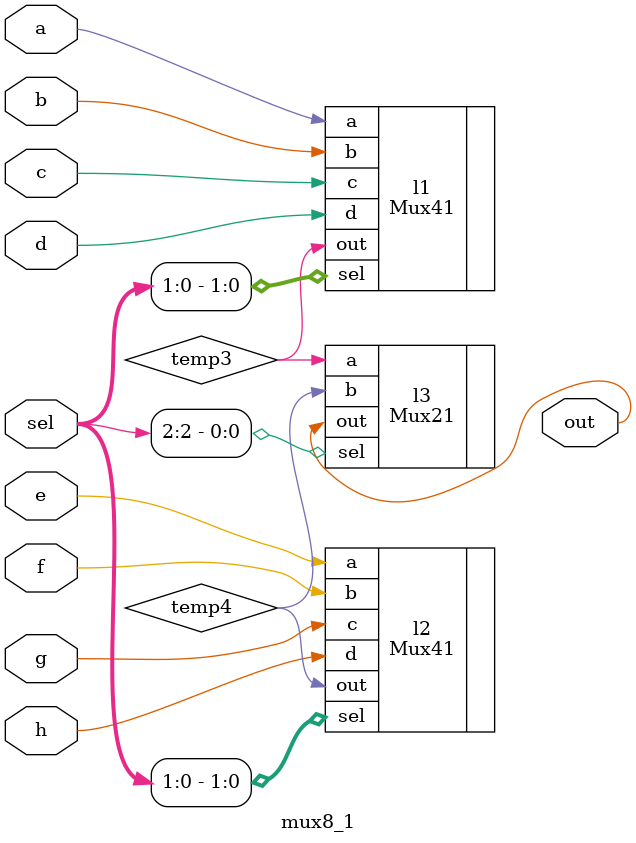
<source format=sv>
`timescale 1ns / 1ps


module mux8_1(
     input a,
     input b,
     input c,
     input d,
     input e,
     input f,
     input g,
     input h,
     input [2:0] sel,
     output out
);

logic temp1, temp2, temp3, temp4;
        
        Mux41 l1 (
                        .a(a),
                        .b(b),
                        .c(c),
                        .d(d),
                        .sel(sel[1:0]),
                        .out(temp3)
    
    );
        
         Mux41 l2 (
                       .a(e),
                       .b(f),
                       .c(g),
                       .d(h),
                       .sel(sel[1:0]),
                       .out(temp4)
    
    );
    
         Mux21 l3 (
                        .a(temp3),
                        .b(temp4),
                        .sel(sel[2]),
                        .out(out)
    
    );

endmodule


</source>
